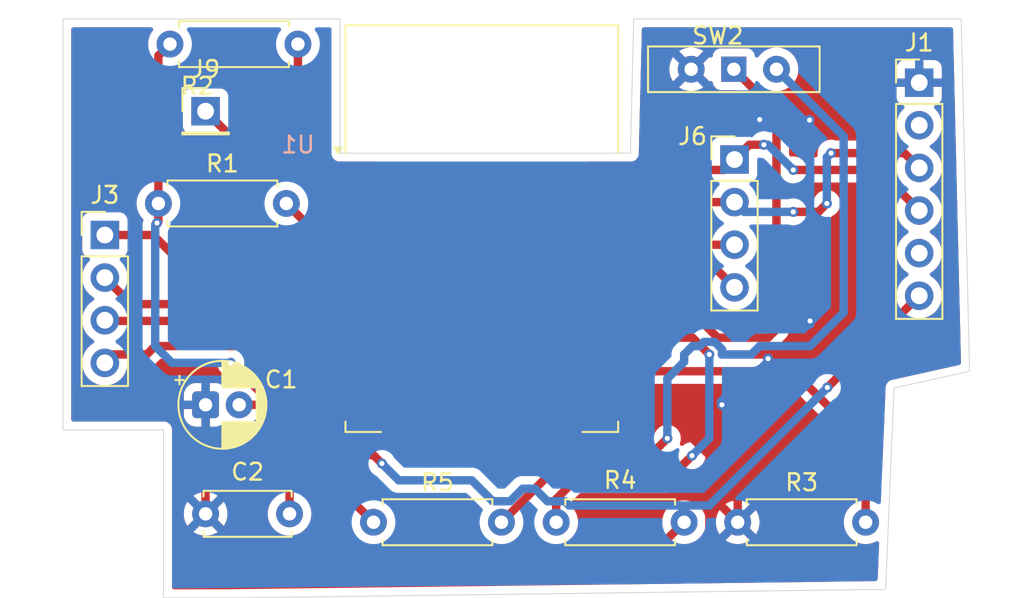
<source format=kicad_pcb>
(kicad_pcb (version 20241229) (generator "pcbnew") (generator_version "9.0")
  (layers (0 "F.Cu" signal) (2 "B.Cu" signal) (13 "F.Paste" user) (15 "B.Paste" user) (5 "F.SilkS" user "F.Silkscreen") (7 "B.SilkS" user "B.Silkscreen") (1 "F.Mask" user) (3 "B.Mask" user) (25 "Edge.Cuts" user))
  (net 0 "")
  (net 1 "3.3V")
  (net 2 "GND")
  (net 3 "Net-(J3-Pin_1)")
  (net 4 "Net-(J3-Pin_2)")
  (net 5 "Net-(J3-Pin_4)")
  (net 6 "Net-(J9-Pin_1)")
  (net 7 "Net-(U1-EN)")
  (net 8 "Net-(U1-~{RST})")
  (net 9 "Net-(U1-GPIO15)")
  (net 10 "Net-(U1-GPIO2)")
  (net 17 "Net-(J3-Pin_3)")
  (net 18 "Net-(J6-Pin_4)")
  (net 19 "Net-(J6-Pin_3)")
  (net 20 "Net-(SW2-C)")
  (net 21 "Net-(SW2-A)")
  (net 22 "Net-(J1-Pin_4)")
  (net 23 "Net-(J1-Pin_3)")
  (footprint "Capacitor_THT:C_Disc_D5.0mm_W2.5mm_P5.00mm" (layer "F.Cu") (at 122 107)
    (property "Reference" "C2" (at 2.5 -2.5 0) (layer "F.SilkS"))
    (property "Value" "100nF")
    (fp_line (start -0.12 -1.37) (end 5.12 -1.37) (stroke (width 0.12)) (layer "F.SilkS"))
    (fp_line (start -0.12 -1.033) (end -0.12 -1.37) (stroke (width 0.12)) (layer "F.SilkS"))
    (fp_line (start -0.12 1.37) (end -0.12 1.033) (stroke (width 0.12)) (layer "F.SilkS"))
    (fp_line (start 5.12 -1.37) (end 5.12 -1.033) (stroke (width 0.12)) (layer "F.SilkS"))
    (fp_line (start 5.12 1.033) (end 5.12 1.37) (stroke (width 0.12)) (layer "F.SilkS"))
    (fp_line (start 5.12 1.37) (end -0.12 1.37) (stroke (width 0.12)) (layer "F.SilkS"))
    (pad "1" thru_hole circle (at 0 0) (size 1.6 1.6) (drill 0.8) (layers "*.Cu" "*.Mask") (net 2 "GND"))
    (pad "2" thru_hole circle (at 5 0) (size 1.6 1.6) (drill 0.8) (layers "*.Cu" "*.Mask") (net 1 "3.3V"))
  )
  (footprint "Resistor_THT:R_Axial_DIN0207_L6.3mm_D2.5mm_P7.62mm_Horizontal" (layer "F.Cu") (at 153.69 107.5)
    (property "Reference" "R3" (at 3.81 -2.37 0) (layer "F.SilkS"))
    (property "Value" "10k")
    (fp_line (start 0.54 -1.37) (end 7.08 -1.37) (stroke (width 0.12)) (layer "F.SilkS"))
    (fp_line (start 0.54 -1.04) (end 0.54 -1.37) (stroke (width 0.12)) (layer "F.SilkS"))
    (fp_line (start 0.54 1.04) (end 0.54 1.37) (stroke (width 0.12)) (layer "F.SilkS"))
    (fp_line (start 0.54 1.37) (end 7.08 1.37) (stroke (width 0.12)) (layer "F.SilkS"))
    (fp_line (start 7.08 -1.37) (end 7.08 -1.04) (stroke (width 0.12)) (layer "F.SilkS"))
    (fp_line (start 7.08 1.37) (end 7.08 1.04) (stroke (width 0.12)) (layer "F.SilkS"))
    (pad "1" thru_hole circle (at 0 0) (size 1.6 1.6) (drill 0.8) (layers "*.Cu" "*.Mask") (net 2 "GND"))
    (pad "2" thru_hole circle (at 7.62 0) (size 1.6 1.6) (drill 0.8) (layers "*.Cu" "*.Mask") (net 9 "Net-(U1-GPIO15)"))
  )
  (footprint "Capacitor_THT:CP_Radial_D5.0mm_P2.00mm" (layer "F.Cu") (at 122 100.5)
    (property "Reference" "C1" (at 4.5 -1.5 0) (layer "F.SilkS"))
    (property "Value" "10uF")
    (fp_line (start -1.804775 -1.475) (end -1.304775 -1.475) (stroke (width 0.12)) (layer "F.SilkS"))
    (fp_line (start -1.554775 -1.725) (end -1.554775 -1.225) (stroke (width 0.12)) (layer "F.SilkS"))
    (fp_line (start 1 -2.58) (end 1 -1.04) (stroke (width 0.12)) (layer "F.SilkS"))
    (fp_line (start 1 1.04) (end 1 2.58) (stroke (width 0.12)) (layer "F.SilkS"))
    (fp_line (start 1.04 -2.58) (end 1.04 -1.04) (stroke (width 0.12)) (layer "F.SilkS"))
    (fp_line (start 1.04 1.04) (end 1.04 2.58) (stroke (width 0.12)) (layer "F.SilkS"))
    (fp_line (start 1.08 -2.579) (end 1.08 -1.04) (stroke (width 0.12)) (layer "F.SilkS"))
    (fp_line (start 1.08 1.04) (end 1.08 2.579) (stroke (width 0.12)) (layer "F.SilkS"))
    (fp_line (start 1.12 -2.577) (end 1.12 -1.04) (stroke (width 0.12)) (layer "F.SilkS"))
    (fp_line (start 1.12 1.04) (end 1.12 2.577) (stroke (width 0.12)) (layer "F.SilkS"))
    (fp_line (start 1.16 -2.575) (end 1.16 -1.04) (stroke (width 0.12)) (layer "F.SilkS"))
    (fp_line (start 1.16 1.04) (end 1.16 2.575) (stroke (width 0.12)) (layer "F.SilkS"))
    (fp_line (start 1.2 -2.572) (end 1.2 -1.04) (stroke (width 0.12)) (layer "F.SilkS"))
    (fp_line (start 1.2 1.04) (end 1.2 2.572) (stroke (width 0.12)) (layer "F.SilkS"))
    (fp_line (start 1.24 -2.569) (end 1.24 -1.04) (stroke (width 0.12)) (layer "F.SilkS"))
    (fp_line (start 1.24 1.04) (end 1.24 2.569) (stroke (width 0.12)) (layer "F.SilkS"))
    (fp_line (start 1.28 -2.565) (end 1.28 -1.04) (stroke (width 0.12)) (layer "F.SilkS"))
    (fp_line (start 1.28 1.04) (end 1.28 2.565) (stroke (width 0.12)) (layer "F.SilkS"))
    (fp_line (start 1.32 -2.56) (end 1.32 -1.04) (stroke (width 0.12)) (layer "F.SilkS"))
    (fp_line (start 1.32 1.04) (end 1.32 2.56) (stroke (width 0.12)) (layer "F.SilkS"))
    (fp_line (start 1.36 -2.555) (end 1.36 -1.04) (stroke (width 0.12)) (layer "F.SilkS"))
    (fp_line (start 1.36 1.04) (end 1.36 2.555) (stroke (width 0.12)) (layer "F.SilkS"))
    (fp_line (start 1.4 -2.549) (end 1.4 -1.04) (stroke (width 0.12)) (layer "F.SilkS"))
    (fp_line (start 1.4 1.04) (end 1.4 2.549) (stroke (width 0.12)) (layer "F.SilkS"))
    (fp_line (start 1.44 -2.543) (end 1.44 -1.04) (stroke (width 0.12)) (layer "F.SilkS"))
    (fp_line (start 1.44 1.04) (end 1.44 2.543) (stroke (width 0.12)) (layer "F.SilkS"))
    (fp_line (start 1.48 -2.536) (end 1.48 -1.04) (stroke (width 0.12)) (layer "F.SilkS"))
    (fp_line (start 1.48 1.04) (end 1.48 2.536) (stroke (width 0.12)) (layer "F.SilkS"))
    (fp_line (start 1.52 -2.528) (end 1.52 -1.04) (stroke (width 0.12)) (layer "F.SilkS"))
    (fp_line (start 1.52 1.04) (end 1.52 2.528) (stroke (width 0.12)) (layer "F.SilkS"))
    (fp_line (start 1.56 -2.519) (end 1.56 -1.04) (stroke (width 0.12)) (layer "F.SilkS"))
    (fp_line (start 1.56 1.04) (end 1.56 2.519) (stroke (width 0.12)) (layer "F.SilkS"))
    (fp_line (start 1.6 -2.51) (end 1.6 -1.04) (stroke (width 0.12)) (layer "F.SilkS"))
    (fp_line (start 1.6 1.04) (end 1.6 2.51) (stroke (width 0.12)) (layer "F.SilkS"))
    (fp_line (start 1.64 -2.501) (end 1.64 -1.04) (stroke (width 0.12)) (layer "F.SilkS"))
    (fp_line (start 1.64 1.04) (end 1.64 2.501) (stroke (width 0.12)) (layer "F.SilkS"))
    (fp_line (start 1.68 -2.49) (end 1.68 -1.04) (stroke (width 0.12)) (layer "F.SilkS"))
    (fp_line (start 1.68 1.04) (end 1.68 2.49) (stroke (width 0.12)) (layer "F.SilkS"))
    (fp_line (start 1.72 -2.479) (end 1.72 -1.04) (stroke (width 0.12)) (layer "F.SilkS"))
    (fp_line (start 1.72 1.04) (end 1.72 2.479) (stroke (width 0.12)) (layer "F.SilkS"))
    (fp_line (start 1.76 -2.467) (end 1.76 -1.04) (stroke (width 0.12)) (layer "F.SilkS"))
    (fp_line (start 1.76 1.04) (end 1.76 2.467) (stroke (width 0.12)) (layer "F.SilkS"))
    (fp_line (start 1.8 -2.455) (end 1.8 -1.04) (stroke (width 0.12)) (layer "F.SilkS"))
    (fp_line (start 1.8 1.04) (end 1.8 2.455) (stroke (width 0.12)) (layer "F.SilkS"))
    (fp_line (start 1.84 -2.442) (end 1.84 -1.04) (stroke (width 0.12)) (layer "F.SilkS"))
    (fp_line (start 1.84 1.04) (end 1.84 2.442) (stroke (width 0.12)) (layer "F.SilkS"))
    (fp_line (start 1.88 -2.428) (end 1.88 -1.04) (stroke (width 0.12)) (layer "F.SilkS"))
    (fp_line (start 1.88 1.04) (end 1.88 2.428) (stroke (width 0.12)) (layer "F.SilkS"))
    (fp_line (start 1.92 -2.413) (end 1.92 -1.04) (stroke (width 0.12)) (layer "F.SilkS"))
    (fp_line (start 1.92 1.04) (end 1.92 2.413) (stroke (width 0.12)) (layer "F.SilkS"))
    (fp_line (start 1.96 -2.398) (end 1.96 -1.04) (stroke (width 0.12)) (layer "F.SilkS"))
    (fp_line (start 1.96 1.04) (end 1.96 2.398) (stroke (width 0.12)) (layer "F.SilkS"))
    (fp_line (start 2 -2.382) (end 2 -1.04) (stroke (width 0.12)) (layer "F.SilkS"))
    (fp_line (start 2 1.04) (end 2 2.382) (stroke (width 0.12)) (layer "F.SilkS"))
    (fp_line (start 2.04 -2.365) (end 2.04 -1.04) (stroke (width 0.12)) (layer "F.SilkS"))
    (fp_line (start 2.04 1.04) (end 2.04 2.365) (stroke (width 0.12)) (layer "F.SilkS"))
    (fp_line (start 2.08 -2.347) (end 2.08 -1.04) (stroke (width 0.12)) (layer "F.SilkS"))
    (fp_line (start 2.08 1.04) (end 2.08 2.347) (stroke (width 0.12)) (layer "F.SilkS"))
    (fp_line (start 2.12 -2.329) (end 2.12 -1.04) (stroke (width 0.12)) (layer "F.SilkS"))
    (fp_line (start 2.12 1.04) (end 2.12 2.329) (stroke (width 0.12)) (layer "F.SilkS"))
    (fp_line (start 2.16 -2.309) (end 2.16 -1.04) (stroke (width 0.12)) (layer "F.SilkS"))
    (fp_line (start 2.16 1.04) (end 2.16 2.309) (stroke (width 0.12)) (layer "F.SilkS"))
    (fp_line (start 2.2 -2.289) (end 2.2 -1.04) (stroke (width 0.12)) (layer "F.SilkS"))
    (fp_line (start 2.2 1.04) (end 2.2 2.289) (stroke (width 0.12)) (layer "F.SilkS"))
    (fp_line (start 2.24 -2.268) (end 2.24 -1.04) (stroke (width 0.12)) (layer "F.SilkS"))
    (fp_line (start 2.24 1.04) (end 2.24 2.268) (stroke (width 0.12)) (layer "F.SilkS"))
    (fp_line (start 2.28 -2.246) (end 2.28 -1.04) (stroke (width 0.12)) (layer "F.SilkS"))
    (fp_line (start 2.28 1.04) (end 2.28 2.246) (stroke (width 0.12)) (layer "F.SilkS"))
    (fp_line (start 2.32 -2.223) (end 2.32 -1.04) (stroke (width 0.12)) (layer "F.SilkS"))
    (fp_line (start 2.32 1.04) (end 2.32 2.223) (stroke (width 0.12)) (layer "F.SilkS"))
    (fp_line (start 2.36 -2.199) (end 2.36 -1.04) (stroke (width 0.12)) (layer "F.SilkS"))
    (fp_line (start 2.36 1.04) (end 2.36 2.199) (stroke (width 0.12)) (layer "F.SilkS"))
    (fp_line (start 2.4 -2.175) (end 2.4 -1.04) (stroke (width 0.12)) (layer "F.SilkS"))
    (fp_line (start 2.4 1.04) (end 2.4 2.175) (stroke (width 0.12)) (layer "F.SilkS"))
    (fp_line (start 2.44 -2.149) (end 2.44 -1.04) (stroke (width 0.12)) (layer "F.SilkS"))
    (fp_line (start 2.44 1.04) (end 2.44 2.149) (stroke (width 0.12)) (layer "F.SilkS"))
    (fp_line (start 2.48 -2.122) (end 2.48 -1.04) (stroke (width 0.12)) (layer "F.SilkS"))
    (fp_line (start 2.48 1.04) (end 2.48 2.122) (stroke (width 0.12)) (layer "F.SilkS"))
    (fp_line (start 2.52 -2.094) (end 2.52 -1.04) (stroke (width 0.12)) (layer "F.SilkS"))
    (fp_line (start 2.52 1.04) (end 2.52 2.094) (stroke (width 0.12)) (layer "F.SilkS"))
    (fp_line (start 2.56 -2.065) (end 2.56 -1.04) (stroke (width 0.12)) (layer "F.SilkS"))
    (fp_line (start 2.56 1.04) (end 2.56 2.065) (stroke (width 0.12)) (layer "F.SilkS"))
    (fp_line (start 2.6 -2.035) (end 2.6 -1.04) (stroke (width 0.12)) (layer "F.SilkS"))
    (fp_line (start 2.6 1.04) (end 2.6 2.035) (stroke (width 0.12)) (layer "F.SilkS"))
    (fp_line (start 2.64 -2.003) (end 2.64 -1.04) (stroke (width 0.12)) (layer "F.SilkS"))
    (fp_line (start 2.64 1.04) (end 2.64 2.003) (stroke (width 0.12)) (layer "F.SilkS"))
    (fp_line (start 2.68 -1.97) (end 2.68 -1.04) (stroke (width 0.12)) (layer "F.SilkS"))
    (fp_line (start 2.68 1.04) (end 2.68 1.97) (stroke (width 0.12)) (layer "F.SilkS"))
    (fp_line (start 2.72 -1.936) (end 2.72 -1.04) (stroke (width 0.12)) (layer "F.SilkS"))
    (fp_line (start 2.72 1.04) (end 2.72 1.936) (stroke (width 0.12)) (layer "F.SilkS"))
    (fp_line (start 2.76 -1.901) (end 2.76 -1.04) (stroke (width 0.12)) (layer "F.SilkS"))
    (fp_line (start 2.76 1.04) (end 2.76 1.901) (stroke (width 0.12)) (layer "F.SilkS"))
    (fp_line (start 2.8 -1.864) (end 2.8 -1.04) (stroke (width 0.12)) (layer "F.SilkS"))
    (fp_line (start 2.8 1.04) (end 2.8 1.864) (stroke (width 0.12)) (layer "F.SilkS"))
    (fp_line (start 2.84 -1.825) (end 2.84 -1.04) (stroke (width 0.12)) (layer "F.SilkS"))
    (fp_line (start 2.84 1.04) (end 2.84 1.825) (stroke (width 0.12)) (layer "F.SilkS"))
    (fp_line (start 2.88 -1.785) (end 2.88 -1.04) (stroke (width 0.12)) (layer "F.SilkS"))
    (fp_line (start 2.88 1.04) (end 2.88 1.785) (stroke (width 0.12)) (layer "F.SilkS"))
    (fp_line (start 2.92 -1.743) (end 2.92 -1.04) (stroke (width 0.12)) (layer "F.SilkS"))
    (fp_line (start 2.92 1.04) (end 2.92 1.743) (stroke (width 0.12)) (layer "F.SilkS"))
    (fp_line (start 2.96 -1.699) (end 2.96 -1.04) (stroke (width 0.12)) (layer "F.SilkS"))
    (fp_line (start 2.96 1.04) (end 2.96 1.699) (stroke (width 0.12)) (layer "F.SilkS"))
    (fp_line (start 3 -1.652) (end 3 -1.04) (stroke (width 0.12)) (layer "F.SilkS"))
    (fp_line (start 3 1.04) (end 3 1.652) (stroke (width 0.12)) (layer "F.SilkS"))
    (fp_line (start 3.04 -1.604) (end 3.04 1.604) (stroke (width 0.12)) (layer "F.SilkS"))
    (fp_line (start 3.08 -1.553) (end 3.08 1.553) (stroke (width 0.12)) (layer "F.SilkS"))
    (fp_line (start 3.12 -1.499) (end 3.12 1.499) (stroke (width 0.12)) (layer "F.SilkS"))
    (fp_line (start 3.16 -1.443) (end 3.16 1.443) (stroke (width 0.12)) (layer "F.SilkS"))
    (fp_line (start 3.2 -1.383) (end 3.2 1.383) (stroke (width 0.12)) (layer "F.SilkS"))
    (fp_line (start 3.24 -1.319) (end 3.24 1.319) (stroke (width 0.12)) (layer "F.SilkS"))
    (fp_line (start 3.28 -1.251) (end 3.28 1.251) (stroke (width 0.12)) (layer "F.SilkS"))
    (fp_line (start 3.32 -1.177) (end 3.32 1.177) (stroke (width 0.12)) (layer "F.SilkS"))
    (fp_line (start 3.36 -1.098) (end 3.36 1.098) (stroke (width 0.12)) (layer "F.SilkS"))
    (fp_line (start 3.4 -1.011) (end 3.4 1.011) (stroke (width 0.12)) (layer "F.SilkS"))
    (fp_line (start 3.44 -0.914) (end 3.44 0.914) (stroke (width 0.12)) (layer "F.SilkS"))
    (fp_line (start 3.48 -0.805) (end 3.48 0.805) (stroke (width 0.12)) (layer "F.SilkS"))
    (fp_line (start 3.52 -0.677) (end 3.52 0.677) (stroke (width 0.12)) (layer "F.SilkS"))
    (fp_line (start 3.56 -0.517) (end 3.56 0.517) (stroke (width 0.12)) (layer "F.SilkS"))
    (fp_line (start 3.6 -0.283) (end 3.6 0.283) (stroke (width 0.12)) (layer "F.SilkS"))
    (fp_circle (center 1 0) (end 3.62 0) (stroke (width 0.12)) (fill no) (layer "F.SilkS"))
    (pad "1" thru_hole roundrect (at 0 0) (size 1.6 1.6) (drill 0.8) (layers "*.Cu" "*.Mask") (roundrect_rratio 0.15625) (net 2 "GND"))
    (pad "2" thru_hole circle (at 2 0) (size 1.6 1.6) (drill 0.8) (layers "*.Cu" "*.Mask") (net 1 "3.3V"))
  )
  (footprint "Connector_PinHeader_2.54mm:PinHeader_1x04_P2.54mm_Vertical" (layer "F.Cu") (at 116 90.38)
    (property "Reference" "J3" (at 0 -2.38 0) (layer "F.SilkS"))
    (property "Value" "Conn_01x04_Pin")
    (fp_line (start -1.38 -1.38) (end 0 -1.38) (stroke (width 0.12)) (layer "F.SilkS"))
    (fp_line (start -1.38 0) (end -1.38 -1.38) (stroke (width 0.12)) (layer "F.SilkS"))
    (fp_line (start -1.38 1.27) (end -1.38 9) (stroke (width 0.12)) (layer "F.SilkS"))
    (fp_line (start -1.38 1.27) (end 1.38 1.27) (stroke (width 0.12)) (layer "F.SilkS"))
    (fp_line (start -1.38 9) (end 1.38 9) (stroke (width 0.12)) (layer "F.SilkS"))
    (fp_line (start 1.38 1.27) (end 1.38 9) (stroke (width 0.12)) (layer "F.SilkS"))
    (pad "1" thru_hole rect (at 0 0) (size 1.7 1.7) (drill 1) (layers "*.Cu" "*.Mask") (net 3 "Net-(J3-Pin_1)"))
    (pad "2" thru_hole circle (at 0 2.54) (size 1.7 1.7) (drill 1) (layers "*.Cu" "*.Mask") (net 4 "Net-(J3-Pin_2)"))
    (pad "3" thru_hole circle (at 0 5.08) (size 1.7 1.7) (drill 1) (layers "*.Cu" "*.Mask") (net 17 "Net-(J3-Pin_3)"))
    (pad "4" thru_hole circle (at 0 7.62) (size 1.7 1.7) (drill 1) (layers "*.Cu" "*.Mask") (net 5 "Net-(J3-Pin_4)"))
  )
  (footprint "Connector_PinHeader_2.54mm:PinHeader_1x06_P2.54mm_Vertical" (layer "F.Cu") (at 164.5 81.3)
    (property "Reference" "J1" (at 0 -2.38 0) (layer "F.SilkS"))
    (property "Value" "Conn_01x06_Pin")
    (fp_line (start -1.38 -1.38) (end 0 -1.38) (stroke (width 0.12)) (layer "F.SilkS"))
    (fp_line (start -1.38 0) (end -1.38 -1.38) (stroke (width 0.12)) (layer "F.SilkS"))
    (fp_line (start -1.38 1.27) (end -1.38 14.08) (stroke (width 0.12)) (layer "F.SilkS"))
    (fp_line (start -1.38 1.27) (end 1.38 1.27) (stroke (width 0.12)) (layer "F.SilkS"))
    (fp_line (start -1.38 14.08) (end 1.38 14.08) (stroke (width 0.12)) (layer "F.SilkS"))
    (fp_line (start 1.38 1.27) (end 1.38 14.08) (stroke (width 0.12)) (layer "F.SilkS"))
    (pad "1" thru_hole rect (at 0 0) (size 1.7 1.7) (drill 1) (layers "*.Cu" "*.Mask") (net 2 "GND"))
    (pad "2" thru_hole circle (at 0 2.54) (size 1.7 1.7) (drill 1) (layers "*.Cu" "*.Mask"))
    (pad "3" thru_hole circle (at 0 5.08) (size 1.7 1.7) (drill 1) (layers "*.Cu" "*.Mask") (net 23 "Net-(J1-Pin_3)"))
    (pad "4" thru_hole circle (at 0 7.62) (size 1.7 1.7) (drill 1) (layers "*.Cu" "*.Mask") (net 22 "Net-(J1-Pin_4)"))
    (pad "5" thru_hole circle (at 0 10.16) (size 1.7 1.7) (drill 1) (layers "*.Cu" "*.Mask"))
    (pad "6" thru_hole circle (at 0 12.7) (size 1.7 1.7) (drill 1) (layers "*.Cu" "*.Mask") (net 1 "3.3V"))
  )
  (footprint "Connector_PinHeader_2.54mm:PinHeader_1x04_P2.54mm_Vertical" (layer "F.Cu") (at 153.5 85.88)
    (property "Reference" "J6" (at -2.5 -1.38 0) (layer "F.SilkS"))
    (property "Value" "Conn_01x04_Pin")
    (fp_line (start -1.38 -1.38) (end 0 -1.38) (stroke (width 0.12)) (layer "F.SilkS"))
    (fp_line (start -1.38 0) (end -1.38 -1.38) (stroke (width 0.12)) (layer "F.SilkS"))
    (fp_line (start -1.38 1.27) (end -1.38 9) (stroke (width 0.12)) (layer "F.SilkS"))
    (fp_line (start -1.38 1.27) (end 1.38 1.27) (stroke (width 0.12)) (layer "F.SilkS"))
    (fp_line (start -1.38 9) (end 1.38 9) (stroke (width 0.12)) (layer "F.SilkS"))
    (fp_line (start 1.38 1.27) (end 1.38 9) (stroke (width 0.12)) (layer "F.SilkS"))
    (pad "1" thru_hole rect (at 0 0) (size 1.7 1.7) (drill 1) (layers "*.Cu" "*.Mask") (net 22 "Net-(J1-Pin_4)"))
    (pad "2" thru_hole circle (at 0 2.54) (size 1.7 1.7) (drill 1) (layers "*.Cu" "*.Mask") (net 23 "Net-(J1-Pin_3)"))
    (pad "3" thru_hole circle (at 0 5.08) (size 1.7 1.7) (drill 1) (layers "*.Cu" "*.Mask") (net 19 "Net-(J6-Pin_3)"))
    (pad "4" thru_hole circle (at 0 7.62) (size 1.7 1.7) (drill 1) (layers "*.Cu" "*.Mask") (net 18 "Net-(J6-Pin_4)"))
  )
  (footprint "RF_Module:ESP-12E" (layer "F.Cu") (at 138.45 90)
    (property "Reference" "U1" (at -10.95 -5 0) (layer "B.SilkS") (effects (justify mirror)))
    (property "Value" "ESP-12F")
    (fp_line (start -8.12 -12.12) (end 8.12 -12.12) (stroke (width 0.12)) (layer "F.SilkS"))
    (fp_line (start -8.12 -4.5) (end -8.12 -12.12) (stroke (width 0.12)) (layer "F.SilkS"))
    (fp_line (start -8.12 12.12) (end -8.12 11.5) (stroke (width 0.12)) (layer "F.SilkS"))
    (fp_line (start -6 12.12) (end -8.12 12.12) (stroke (width 0.12)) (layer "F.SilkS"))
    (fp_line (start 8.12 -12.12) (end 8.12 -4.5) (stroke (width 0.12)) (layer "F.SilkS"))
    (fp_line (start 8.12 11.5) (end 8.12 12.12) (stroke (width 0.12)) (layer "F.SilkS"))
    (fp_line (start 8.12 12.12) (end 6 12.12) (stroke (width 0.12)) (layer "F.SilkS"))
    (fp_poly (pts (xy -8.55 -4.5) (xy -8.79 -4.836) (xy -8.31 -4.836) (xy -8.55 -4.5)) (stroke (width 0.12)) (fill yes) (layer "F.SilkS"))
    (pad "1" smd rect (at -7.6 -3.5) (size 2.5 1) (layers "F.Cu" "F.Mask" "F.Paste") (net 8 "Net-(U1-~{RST})"))
    (pad "2" smd rect (at -7.6 -1.5) (size 2.5 1) (layers "F.Cu" "F.Mask" "F.Paste") (net 6 "Net-(J9-Pin_1)"))
    (pad "3" smd rect (at -7.6 0.5) (size 2.5 1) (layers "F.Cu" "F.Mask" "F.Paste") (net 7 "Net-(U1-EN)"))
    (pad "4" smd rect (at -7.6 2.5) (size 2.5 1) (layers "F.Cu" "F.Mask" "F.Paste") (net 3 "Net-(J3-Pin_1)"))
    (pad "5" smd rect (at -7.6 4.5) (size 2.5 1) (layers "F.Cu" "F.Mask" "F.Paste") (net 4 "Net-(J3-Pin_2)"))
    (pad "6" smd rect (at -7.6 6.5) (size 2.5 1) (layers "F.Cu" "F.Mask" "F.Paste") (net 17 "Net-(J3-Pin_3)"))
    (pad "7" smd rect (at -7.6 8.5) (size 2.5 1) (layers "F.Cu" "F.Mask" "F.Paste") (net 5 "Net-(J3-Pin_4)"))
    (pad "8" smd rect (at -7.6 10.5) (size 2.5 1) (layers "F.Cu" "F.Mask" "F.Paste") (net 1 "3.3V"))
    (pad "9" smd rect (at -5 12) (size 1 1.8) (layers "F.Cu" "F.Mask" "F.Paste"))
    (pad "10" smd rect (at -3 12) (size 1 1.8) (layers "F.Cu" "F.Mask" "F.Paste"))
    (pad "11" smd rect (at -1 12) (size 1 1.8) (layers "F.Cu" "F.Mask" "F.Paste"))
    (pad "12" smd rect (at 1 12) (size 1 1.8) (layers "F.Cu" "F.Mask" "F.Paste"))
    (pad "13" smd rect (at 3 12) (size 1 1.8) (layers "F.Cu" "F.Mask" "F.Paste"))
    (pad "14" smd rect (at 5 12) (size 1 1.8) (layers "F.Cu" "F.Mask" "F.Paste"))
    (pad "15" smd rect (at 7.6 10.5) (size 2.5 1) (layers "F.Cu" "F.Mask" "F.Paste") (net 2 "GND"))
    (pad "16" smd rect (at 7.6 8.5) (size 2.5 1) (layers "F.Cu" "F.Mask" "F.Paste") (net 9 "Net-(U1-GPIO15)"))
    (pad "17" smd rect (at 7.6 6.5) (size 2.5 1) (layers "F.Cu" "F.Mask" "F.Paste") (net 10 "Net-(U1-GPIO2)"))
    (pad "18" smd rect (at 7.6 4.5) (size 2.5 1) (layers "F.Cu" "F.Mask" "F.Paste") (net 21 "Net-(SW2-A)"))
    (pad "19" smd rect (at 7.6 2.5) (size 2.5 1) (layers "F.Cu" "F.Mask" "F.Paste") (net 18 "Net-(J6-Pin_4)"))
    (pad "20" smd rect (at 7.6 0.5) (size 2.5 1) (layers "F.Cu" "F.Mask" "F.Paste") (net 19 "Net-(J6-Pin_3)"))
    (pad "21" smd rect (at 7.6 -1.5) (size 2.5 1) (layers "F.Cu" "F.Mask" "F.Paste") (net 23 "Net-(J1-Pin_3)"))
    (pad "22" smd rect (at 7.6 -3.5) (size 2.5 1) (layers "F.Cu" "F.Mask" "F.Paste") (net 22 "Net-(J1-Pin_4)"))
    (zone (net 0) (net_name "") (layers "F.Cu" "B.Cu") (connect_pads (clearance 0)) (min_thickness 0.254)
      (keepout (tracks not_allowed) (vias not_allowed) (pads not_allowed) (copperpour not_allowed) (footprints not_allowed))
      (fill (thermal_gap 0.508) (thermal_bridge_width 0.508))
      (polygon (pts (xy 130.33 85.2) (xy 146.57 85.2) (xy 146.57 77.88) (xy 130.33 77.88)))
    )
  )
  (footprint "Button_Switch_THT:SW_Slide-03_Wuerth-WS-SLTV_10x2.5x6.4_P2.54mm" (layer "F.Cu") (at 153.46 80.5)
    (property "Reference" "SW2" (at -0.96 -2 0) (layer "F.SilkS"))
    (property "Value" "SW_SPDT")
    (fp_rect (start -5.11 -1.36) (end 5.11 1.36) (stroke (width 0.12)) (fill no) (layer "F.SilkS"))
    (pad "1" thru_hole rect (at 0 0) (size 1.5 1.5) (drill 0.8) (layers "*.Cu" "*.Mask") (net 21 "Net-(SW2-A)"))
    (pad "2" thru_hole circle (at -2.54 0) (size 1.6 1.6) (drill 0.8) (layers "*.Cu" "*.Mask") (net 2 "GND"))
    (pad "3" thru_hole circle (at 2.54 0) (size 1.6 1.6) (drill 0.8) (layers "*.Cu" "*.Mask") (net 20 "Net-(SW2-C)"))
  )
  (footprint "Resistor_THT:R_Axial_DIN0207_L6.3mm_D2.5mm_P7.62mm_Horizontal" (layer "F.Cu") (at 119.88 79)
    (property "Reference" "R2" (at 1.62 2.5 0) (layer "F.SilkS"))
    (property "Value" "10k")
    (fp_line (start 0.54 -1.37) (end 7.08 -1.37) (stroke (width 0.12)) (layer "F.SilkS"))
    (fp_line (start 0.54 -1.04) (end 0.54 -1.37) (stroke (width 0.12)) (layer "F.SilkS"))
    (fp_line (start 0.54 1.04) (end 0.54 1.37) (stroke (width 0.12)) (layer "F.SilkS"))
    (fp_line (start 0.54 1.37) (end 7.08 1.37) (stroke (width 0.12)) (layer "F.SilkS"))
    (fp_line (start 7.08 -1.37) (end 7.08 -1.04) (stroke (width 0.12)) (layer "F.SilkS"))
    (fp_line (start 7.08 1.37) (end 7.08 1.04) (stroke (width 0.12)) (layer "F.SilkS"))
    (pad "1" thru_hole circle (at 0 0) (size 1.6 1.6) (drill 0.8) (layers "*.Cu" "*.Mask") (net 1 "3.3V"))
    (pad "2" thru_hole circle (at 7.62 0) (size 1.6 1.6) (drill 0.8) (layers "*.Cu" "*.Mask") (net 8 "Net-(U1-~{RST})"))
  )
  (footprint "Resistor_THT:R_Axial_DIN0207_L6.3mm_D2.5mm_P7.62mm_Horizontal" (layer "F.Cu") (at 150.5 107.5 180)
    (property "Reference" "R4" (at 3.81 2.5 0) (layer "F.SilkS"))
    (property "Value" "10k")
    (fp_line (start 7.08 1.37) (end 7.08 1.04) (stroke (width 0.12)) (layer "F.SilkS"))
    (fp_line (start 7.08 -1.37) (end 7.08 -1.04) (stroke (width 0.12)) (layer "F.SilkS"))
    (fp_line (start 0.54 1.37) (end 7.08 1.37) (stroke (width 0.12)) (layer "F.SilkS"))
    (fp_line (start 0.54 1.04) (end 0.54 1.37) (stroke (width 0.12)) (layer "F.SilkS"))
    (fp_line (start 0.54 -1.04) (end 0.54 -1.37) (stroke (width 0.12)) (layer "F.SilkS"))
    (fp_line (start 0.54 -1.37) (end 7.08 -1.37) (stroke (width 0.12)) (layer "F.SilkS"))
    (pad "1" thru_hole circle (at 0 0 180) (size 1.6 1.6) (drill 0.8) (layers "*.Cu" "*.Mask") (net 1 "3.3V"))
    (pad "2" thru_hole circle (at 7.62 0 180) (size 1.6 1.6) (drill 0.8) (layers "*.Cu" "*.Mask") (net 10 "Net-(U1-GPIO2)"))
  )
  (footprint "Resistor_THT:R_Axial_DIN0207_L6.3mm_D2.5mm_P7.62mm_Horizontal" (layer "F.Cu") (at 119.19 88.5)
    (property "Reference" "R1" (at 3.81 -2.37 0) (layer "F.SilkS"))
    (property "Value" "10k")
    (fp_line (start 0.54 -1.37) (end 7.08 -1.37) (stroke (width 0.12)) (layer "F.SilkS"))
    (fp_line (start 0.54 -1.04) (end 0.54 -1.37) (stroke (width 0.12)) (layer "F.SilkS"))
    (fp_line (start 0.54 1.04) (end 0.54 1.37) (stroke (width 0.12)) (layer "F.SilkS"))
    (fp_line (start 0.54 1.37) (end 7.08 1.37) (stroke (width 0.12)) (layer "F.SilkS"))
    (fp_line (start 7.08 -1.37) (end 7.08 -1.04) (stroke (width 0.12)) (layer "F.SilkS"))
    (fp_line (start 7.08 1.37) (end 7.08 1.04) (stroke (width 0.12)) (layer "F.SilkS"))
    (pad "1" thru_hole circle (at 0 0) (size 1.6 1.6) (drill 0.8) (layers "*.Cu" "*.Mask") (net 1 "3.3V"))
    (pad "2" thru_hole circle (at 7.62 0) (size 1.6 1.6) (drill 0.8) (layers "*.Cu" "*.Mask") (net 7 "Net-(U1-EN)"))
  )
  (footprint "Connector_PinHeader_2.54mm:PinHeader_1x01_P2.54mm_Vertical" (layer "F.Cu") (at 122 83)
    (property "Reference" "J9" (at 0 -2.5 0) (layer "F.SilkS"))
    (property "Value" "Conn_01x01_Pin")
    (fp_line (start -1.38 -1.38) (end 0 -1.38) (stroke (width 0.12)) (layer "F.SilkS"))
    (fp_line (start -1.38 0) (end -1.38 -1.38) (stroke (width 0.12)) (layer "F.SilkS"))
    (fp_line (start -1.38 1.27) (end -1.38 1.38) (stroke (width 0.12)) (layer "F.SilkS"))
    (fp_line (start -1.38 1.27) (end 1.38 1.27) (stroke (width 0.12)) (layer "F.SilkS"))
    (fp_line (start -1.38 1.38) (end 1.38 1.38) (stroke (width 0.12)) (layer "F.SilkS"))
    (fp_line (start 1.38 1.27) (end 1.38 1.38) (stroke (width 0.12)) (layer "F.SilkS"))
    (pad "1" thru_hole rect (at 0 0) (size 1.7 1.7) (drill 1) (layers "*.Cu" "*.Mask") (net 6 "Net-(J9-Pin_1)"))
  )
  (footprint "Resistor_THT:R_Axial_DIN0207_L6.3mm_D2.5mm_P7.62mm_Horizontal" (layer "F.Cu") (at 132 107.5)
    (property "Reference" "R5" (at 3.81 -2.37 0) (layer "F.SilkS"))
    (property "Value" "10k")
    (fp_line (start 0.54 -1.37) (end 7.08 -1.37) (stroke (width 0.12)) (layer "F.SilkS"))
    (fp_line (start 0.54 -1.04) (end 0.54 -1.37) (stroke (width 0.12)) (layer "F.SilkS"))
    (fp_line (start 0.54 1.04) (end 0.54 1.37) (stroke (width 0.12)) (layer "F.SilkS"))
    (fp_line (start 0.54 1.37) (end 7.08 1.37) (stroke (width 0.12)) (layer "F.SilkS"))
    (fp_line (start 7.08 -1.37) (end 7.08 -1.04) (stroke (width 0.12)) (layer "F.SilkS"))
    (fp_line (start 7.08 1.37) (end 7.08 1.04) (stroke (width 0.12)) (layer "F.SilkS"))
    (pad "1" thru_hole circle (at 0 0) (size 1.6 1.6) (drill 0.8) (layers "*.Cu" "*.Mask") (net 1 "3.3V"))
    (pad "2" thru_hole circle (at 7.62 0) (size 1.6 1.6) (drill 0.8) (layers "*.Cu" "*.Mask") (net 20 "Net-(SW2-C)"))
  )
  (gr_poly (pts (xy 130 77.5) (xy 130 85.5) (xy 147.3 85.5) (xy 147.5 77.5) (xy 167 77.5) (xy 167.5 98.5) (xy 163 99.5) (xy 162.5 111.5) (xy 124.267857 112) (xy 119.5 112) (xy 119.5 102) (xy 113.5 102) (xy 113.5 77.5)) (stroke (width 0.05)) (fill no) (layer "Edge.Cuts"))
  (segment (start 164.5 94) (end 159.030331 99.469669) (width 0.5) (layer "F.Cu") (net 1))
  (segment (start 130.85 100.5) (end 130.85 101.15) (width 0.5) (layer "F.Cu") (net 1))
  (segment (start 129.5 108) (end 129.5 104) (width 0.5) (layer "F.Cu") (net 1))
  (segment (start 119.19 88.5) (end 119.19 89.580662) (width 0.5) (layer "F.Cu") (net 1))
  (segment (start 130.85 106.35) (end 132 107.5) (width 0.5) (layer "F.Cu") (net 1))
  (segment (start 123.5 98) (end 126 100.5) (width 0.5) (layer "F.Cu") (net 1))
  (segment (start 119.19 89.580662) (end 119.105849 89.664813) (width 0.5) (layer "F.Cu") (net 1))
  (segment (start 129.5 104) (end 130.85 102.65) (width 0.5) (layer "F.Cu") (net 1))
  (segment (start 132.5 104) (end 132 103.5) (width 0.5) (layer "F.Cu") (net 1))
  (segment (start 119.19 88.5) (end 119.19 79.69) (width 0.5) (layer "F.Cu") (net 1))
  (segment (start 130.85 100.5) (end 130.85 103.5) (width 0.5) (layer "F.Cu") (net 1))
  (segment (start 148.5 109.5) (end 131 109.5) (width 0.5) (layer "F.Cu") (net 1))
  (segment (start 130.85 102.65) (end 130.85 100.5) (width 0.5) (layer "F.Cu") (net 1))
  (segment (start 150.5 107.5) (end 148.5 109.5) (width 0.5) (layer "F.Cu") (net 1))
  (segment (start 131 109.5) (end 129.5 108) (width 0.5) (layer "F.Cu") (net 1))
  (segment (start 126 100.5) (end 130.85 100.5) (width 0.5) (layer "F.Cu") (net 1))
  (segment (start 124 100.5) (end 130.85 100.5) (width 0.5) (layer "F.Cu") (net 1))
  (segment (start 127 105) (end 127 107) (width 0.5) (layer "F.Cu") (net 1))
  (segment (start 119.19 79.69) (end 119.88 79) (width 0.5) (layer "F.Cu") (net 1))
  (segment (start 130.85 103.5) (end 130.85 106.35) (width 0.5) (layer "F.Cu") (net 1))
  (segment (start 131.5 107) (end 132 107.5) (width 0.5) (layer "F.Cu") (net 1))
  (segment (start 130.85 101.15) (end 127 105) (width 0.5) (layer "F.Cu") (net 1))
  (segment (start 132 103.5) (end 130.85 103.5) (width 0.5) (layer "F.Cu") (net 1))
  (via (at 132.5 104) (size 0.6) (drill 0.3) (layers "F.Cu" "B.Cu") (net 1))
  (via (at 159.030331 99.469669) (size 0.6) (drill 0.3) (layers "F.Cu" "B.Cu") (net 1))
  (via (at 119.105849 89.664813) (size 0.6) (drill 0.3) (layers "F.Cu" "B.Cu") (net 1))
  (via (at 123.5 98) (size 0.6) (drill 0.3) (layers "F.Cu" "B.Cu") (net 1))
  (segment (start 119 97) (end 120 98) (width 0.5) (layer "B.Cu") (net 1))
  (segment (start 143.649182 106.5) (end 143.398182 106.249) (width 0.5) (layer "B.Cu") (net 1))
  (segment (start 120 98) (end 123.5 98) (width 0.5) (layer "B.Cu") (net 1))
  (segment (start 119 89.770662) (end 119 97) (width 0.5) (layer "B.Cu") (net 1))
  (segment (start 139.101818 106.249) (end 137.852818 105) (width 0.5) (layer "B.Cu") (net 1))
  (segment (start 141.612818 105.5) (end 140.887182 105.5) (width 0.5) (layer "B.Cu") (net 1))
  (segment (start 140.887182 105.5) (end 140.138182 106.249) (width 0.5) (layer "B.Cu") (net 1))
  (segment (start 143.398182 106.249) (end 142.361818 106.249) (width 0.5) (layer "B.Cu") (net 1))
  (segment (start 142.361818 106.249) (end 141.612818 105.5) (width 0.5) (layer "B.Cu") (net 1))
  (segment (start 159.030331 99.469669) (end 152 106.5) (width 0.5) (layer "B.Cu") (net 1))
  (segment (start 119.105849 89.664813) (end 119 89.770662) (width 0.5) (layer "B.Cu") (net 1))
  (segment (start 152 106.5) (end 143.649182 106.5) (width 0.5) (layer "B.Cu") (net 1))
  (segment (start 137.852818 105) (end 133.5 105) (width 0.5) (layer "B.Cu") (net 1))
  (segment (start 140.138182 106.249) (end 139.101818 106.249) (width 0.5) (layer "B.Cu") (net 1))
  (segment (start 133.5 105) (end 132.5 104) (width 0.5) (layer "B.Cu") (net 1))
  (segment (start 147.992925 110.437793) (end 143.55647 110.437793) (width 0.5) (layer "F.Cu") (net 2))
  (segment (start 155.75 97.75) (end 155.5 97.75) (width 0.5) (layer "F.Cu") (net 2))
  (segment (start 151.101324 110.398676) (end 147.992925 110.437793) (width 0.5) (layer "F.Cu") (net 2))
  (segment (start 122 100.5) (end 122 107) (width 0.5) (layer "F.Cu") (net 2))
  (segment (start 158 95.5) (end 155.75 97.75) (width 0.5) (layer "F.Cu") (net 2))
  (segment (start 153.92 83.5) (end 155 83.5) (width 0.5) (layer "F.Cu") (net 2))
  (segment (start 152 104) (end 152 109.5) (width 0.5) (layer "F.Cu") (net 2))
  (segment (start 149 100.5) (end 152.25 103.75) (width 0.5) (layer "F.Cu") (net 2))
  (segment (start 153.69 105.19) (end 153.69 107.5) (width 0.5) (layer "F.Cu") (net 2))
  (segment (start 146.05 100.5) (end 149 100.5) (width 0.5) (layer "F.Cu") (net 2))
  (segment (start 143.55647 110.437793) (end 143.499929 110.494334) (width 0.5) (layer "F.Cu") (net 2))
  (segment (start 152.25 103.75) (end 152 104) (width 0.5) (layer "F.Cu") (net 2))
  (segment (start 152 109.5) (end 151.101324 110.398676) (width 0.5) (layer "F.Cu") (net 2))
  (segment (start 157.969669 83.530331) (end 160.2 81.3) (width 0.5) (layer "F.Cu") (net 2))
  (segment (start 160.2 81.3) (end 164.5 81.3) (width 0.5) (layer "F.Cu") (net 2))
  (segment (start 131.495538 110.645401) (end 125.645401 110.645401) (width 0.5) (layer "F.Cu") (net 2))
  (segment (start 152.25 103.75) (end 153.69 105.19) (width 0.5) (layer "F.Cu") (net 2))
  (segment (start 143.499929 110.494334) (end 131.495538 110.645401) (width 0.5) (layer "F.Cu") (net 2))
  (segment (start 152.75 100.5) (end 149 100.5) (width 0.5) (layer "F.Cu") (net 2))
  (segment (start 150.92 80.5) (end 153.92 83.5) (width 0.5) (layer "F.Cu") (net 2))
  (segment (start 125.645401 110.645401) (end 122 107) (width 0.5) (layer "F.Cu") (net 2))
  (via (at 155 83.5) (size 0.6) (drill 0.3) (layers "F.Cu" "B.Cu") (net 2))
  (via (at 152.75 100.5) (size 0.6) (drill 0.3) (layers "F.Cu" "B.Cu") (net 2))
  (via (at 158 95.5) (size 0.6) (drill 0.3) (layers "F.Cu" "B.Cu") (net 2))
  (via (at 157.969669 83.530331) (size 0.6) (drill 0.3) (layers "F.Cu" "B.Cu") (net 2))
  (via (at 155.5 97.75) (size 0.6) (drill 0.3) (layers "F.Cu" "B.Cu") (net 2))
  (segment (start 153.5 99.5) (end 152.701 100.299) (width 0.5) (layer "B.Cu") (net 2))
  (segment (start 152.701 100.5) (end 152.75 100.5) (width 0.5) (layer "B.Cu") (net 2))
  (segment (start 155 99.5) (end 153.5 99.5) (width 0.5) (layer "B.Cu") (net 2))
  (segment (start 158 86) (end 156.75 84.75) (width 0.5) (layer "B.Cu") (net 2))
  (segment (start 155.5 97.75) (end 155.5 99) (width 0.5) (layer "B.Cu") (net 2))
  (segment (start 156.75 84.75) (end 155.5 83.5) (width 0.5) (layer "B.Cu") (net 2))
  (segment (start 158 95.5) (end 158 86) (width 0.5) (layer "B.Cu") (net 2))
  (segment (start 156.75 84.75) (end 157.969669 83.530331) (width 0.5) (layer "B.Cu") (net 2))
  (segment (start 158 95.5) (end 158 95.719669) (width 0.5) (layer "B.Cu") (net 2))
  (segment (start 155.5 99) (end 155 99.5) (width 0.5) (layer "B.Cu") (net 2))
  (segment (start 152.701 100.299) (end 152.701 100.5) (width 0.5) (layer "B.Cu") (net 2))
  (segment (start 155.5 83.5) (end 155 83.5) (width 0.5) (layer "B.Cu") (net 2))
  (segment (start 118.88 90.38) (end 116 90.38) (width 0.5) (layer "F.Cu") (net 3))
  (segment (start 121 92.5) (end 118.88 90.38) (width 0.5) (layer "F.Cu") (net 3))
  (segment (start 130.85 92.5) (end 121 92.5) (width 0.5) (layer "F.Cu") (net 3))
  (segment (start 117.58 94.5) (end 130.85 94.5) (width 0.5) (layer "F.Cu") (net 4))
  (segment (start 116 92.92) (end 117.58 94.5) (width 0.5) (layer "F.Cu") (net 4))
  (segment (start 119 97) (end 127.008636 97) (width 0.5) (layer "F.Cu") (net 5))
  (segment (start 127.008636 97) (end 128.508636 98.5) (width 0.5) (layer "F.Cu") (net 5))
  (segment (start 116 98) (end 116.5 97.5) (width 0.5) (layer "F.Cu") (net 5))
  (segment (start 118.5 97.5) (end 119 97) (width 0.5) (layer "F.Cu") (net 5))
  (segment (start 128.508636 98.5) (end 130.85 98.5) (width 0.5) (layer "F.Cu") (net 5))
  (segment (start 116.5 97.5) (end 118.5 97.5) (width 0.5) (layer "F.Cu") (net 5))
  (segment (start 130.1 88.5) (end 128.801 87.201) (width 0.5) (layer "F.Cu") (net 6))
  (segment (start 128.801 87.201) (end 128.709636 87.201) (width 0.5) (layer "F.Cu") (net 6))
  (segment (start 126.5 86) (end 125.5 85) (width 0.5) (layer "F.Cu") (net 6))
  (segment (start 130.85 88.5) (end 130.1 88.5) (width 0.5) (layer "F.Cu") (net 6))
  (segment (start 127.799 86.199) (end 127.6 86) (width 0.5) (layer "F.Cu") (net 6))
  (segment (start 128.709636 87.201) (end 127.799 86.290364) (width 0.5) (layer "F.Cu") (net 6))
  (segment (start 127.799 86.290364) (end 127.799 86.199) (width 0.5) (layer "F.Cu") (net 6))
  (segment (start 127.6 86) (end 126.5 86) (width 0.5) (layer "F.Cu") (net 6))
  (segment (start 125.5 85) (end 124 85) (width 0.5) (layer "F.Cu") (net 6))
  (segment (start 124 85) (end 122 83) (width 0.5) (layer "F.Cu") (net 6))
  (segment (start 128.81 90.5) (end 130.85 90.5) (width 0.5) (layer "F.Cu") (net 7))
  (segment (start 126.81 88.5) (end 128.81 90.5) (width 0.5) (layer "F.Cu") (net 7))
  (segment (start 127.5 83.15) (end 127.5 79) (width 0.5) (layer "F.Cu") (net 8))
  (segment (start 130.85 86.5) (end 129 86.5) (width 0.5) (layer "F.Cu") (net 8))
  (segment (start 128.5 84.15) (end 127.5 83.15) (width 0.5) (layer "F.Cu") (net 8))
  (segment (start 128.5 86) (end 128.5 84.15) (width 0.5) (layer "F.Cu") (net 8))
  (segment (start 129 86.5) (end 128.5 86) (width 0.5) (layer "F.Cu") (net 8))
  (segment (start 161.31 102.81) (end 161.31 107.5) (width 0.5) (layer "F.Cu") (net 9))
  (segment (start 146.05 98.5) (end 157 98.5) (width 0.5) (layer "F.Cu") (net 9))
  (segment (start 157 98.5) (end 161.31 102.81) (width 0.5) (layer "F.Cu") (net 9))
  (segment (start 142.88 107.5) (end 142.88 106.12) (width 0.5) (layer "F.Cu") (net 10))
  (segment (start 144 105) (end 148 105) (width 0.5) (layer "F.Cu") (net 10))
  (segment (start 142.88 106.12) (end 144 105) (width 0.5) (layer "F.Cu") (net 10))
  (segment (start 148 105) (end 149.5 105) (width 0.5) (layer "F.Cu") (net 10))
  (segment (start 149.5 105) (end 150.5 104) (width 0.5) (layer "F.Cu") (net 10))
  (segment (start 150.5 104) (end 150.969669 103.530331) (width 0.5) (layer "F.Cu") (net 10))
  (segment (start 152 97.5) (end 151 96.5) (width 0.5) (layer "F.Cu") (net 10))
  (segment (start 151 96.5) (end 146.05 96.5) (width 0.5) (layer "F.Cu") (net 10))
  (via (at 150.969669 103.530331) (size 0.6) (drill 0.3) (layers "F.Cu" "B.Cu") (net 10))
  (via (at 152 97.5) (size 0.6) (drill 0.3) (layers "F.Cu" "B.Cu") (net 10))
  (segment (start 150.969669 103.530331) (end 152 102.5) (width 0.5) (layer "B.Cu") (net 10))
  (segment (start 152 102.5) (end 152 97.5) (width 0.5) (layer "B.Cu") (net 10))
  (segment (start 116 95.46) (end 116.04 95.5) (width 0.5) (layer "F.Cu") (net 17))
  (segment (start 127.5 96.5) (end 130.85 96.5) (width 0.5) (layer "F.Cu") (net 17))
  (segment (start 126.5 95.5) (end 127.5 96.5) (width 0.5) (layer "F.Cu") (net 17))
  (segment (start 116.04 95.5) (end 126.5 95.5) (width 0.5) (layer "F.Cu") (net 17))
  (segment (start 153.5 93.5) (end 152.5 92.5) (width 0.5) (layer "F.Cu") (net 18))
  (segment (start 152.5 92.5) (end 146.05 92.5) (width 0.5) (layer "F.Cu") (net 18))
  (segment (start 153.5 90.96) (end 146.51 90.96) (width 0.5) (layer "F.Cu") (net 19))
  (segment (start 146.51 90.96) (end 146.05 90.5) (width 0.5) (layer "F.Cu") (net 19))
  (segment (start 143.12 104) (end 148 104) (width 0.5) (layer "F.Cu") (net 20))
  (segment (start 139.62 107.5) (end 143.12 104) (width 0.5) (layer "F.Cu") (net 20))
  (segment (start 148 104) (end 149.5 102.5) (width 0.5) (layer "F.Cu") (net 20))
  (via (at 149.5 102.5) (size 0.6) (drill 0.3) (layers "F.Cu" "B.Cu") (net 20))
  (segment (start 150.5 97.5) (end 151 97) (width 0.5) (layer "B.Cu") (net 20))
  (segment (start 151 97) (end 151.437925 97) (width 0.5) (layer "B.Cu") (net 20))
  (segment (start 152.311075 96.749) (end 152.751 97.188925) (width 0.5) (layer "B.Cu") (net 20))
  (segment (start 160 84.5) (end 156 80.5) (width 0.5) (layer "B.Cu") (net 20))
  (segment (start 155 97) (end 158 97) (width 0.5) (layer "B.Cu") (net 20))
  (segment (start 152.751 97.5) (end 154.5 97.5) (width 0.5) (layer "B.Cu") (net 20))
  (segment (start 150.5 97.937925) (end 150.5 97.5) (width 0.5) (layer "B.Cu") (net 20))
  (segment (start 160 95) (end 160 84.5) (width 0.5) (layer "B.Cu") (net 20))
  (segment (start 151.437925 97) (end 151.688925 96.749) (width 0.5) (layer "B.Cu") (net 20))
  (segment (start 151.688925 96.749) (end 152.311075 96.749) (width 0.5) (layer "B.Cu") (net 20))
  (segment (start 154.5 97.5) (end 155 97) (width 0.5) (layer "B.Cu") (net 20))
  (segment (start 152.751 97.188925) (end 152.751 97.5) (width 0.5) (layer "B.Cu") (net 20))
  (segment (start 149.5 98.937925) (end 150.5 97.937925) (width 0.5) (layer "B.Cu") (net 20))
  (segment (start 158 97) (end 160 95) (width 0.5) (layer "B.Cu") (net 20))
  (segment (start 149.5 102.5) (end 149.5 98.937925) (width 0.5) (layer "B.Cu") (net 20))
  (segment (start 152.5 96.5) (end 150.5 94.5) (width 0.5) (layer "F.Cu") (net 21))
  (segment (start 155.5 96.5) (end 152.5 96.5) (width 0.5) (layer "F.Cu") (net 21))
  (segment (start 153.46 80.5) (end 156 83.04) (width 0.5) (layer "F.Cu") (net 21))
  (segment (start 150.5 94.5) (end 146.05 94.5) (width 0.5) (layer "F.Cu") (net 21))
  (segment (start 156 83.04) (end 156 96) (width 0.5) (layer "F.Cu") (net 21))
  (segment (start 156 96) (end 155.5 96.5) (width 0.5) (layer "F.Cu") (net 21))
  (segment (start 162.08 86.5) (end 164.5 88.92) (width 0.5) (layer "F.Cu") (net 22))
  (segment (start 154.38 85) (end 155.25 85) (width 0.5) (layer "F.Cu") (net 22))
  (segment (start 153.5 85.88) (end 152.88 86.5) (width 0.5) (layer "F.Cu") (net 22))
  (segment (start 152.88 86.5) (end 146.05 86.5) (width 0.5) (layer "F.Cu") (net 22))
  (segment (start 153.5 85.88) (end 154.38 85) (width 0.5) (layer "F.Cu") (net 22))
  (segment (start 157 86.5) (end 162.08 86.5) (width 0.5) (layer "F.Cu") (net 22))
  (via (at 157 86.5) (size 0.6) (drill 0.3) (layers "F.Cu" "B.Cu") (net 22))
  (via (at 155.25 85) (size 0.6) (drill 0.3) (layers "F.Cu" "B.Cu") (net 22))
  (segment (start 155.25 85) (end 155.5 85) (width 0.5) (layer "B.Cu") (net 22))
  (segment (start 155.5 85) (end 157 86.5) (width 0.5) (layer "B.Cu") (net 22))
  (segment (start 146.13 88.42) (end 146.05 88.5) (width 0.5) (layer "F.Cu") (net 23))
  (segment (start 162 85.5) (end 159.25 85.5) (width 0.5) (layer "F.Cu") (net 23))
  (segment (start 153.5 88.42) (end 146.13 88.42) (width 0.5) (layer "F.Cu") (net 23))
  (segment (start 158.5 89) (end 157 89) (width 0.5) (layer "F.Cu") (net 23))
  (segment (start 162 85.5) (end 163.62 85.5) (width 0.5) (layer "F.Cu") (net 23))
  (segment (start 163.62 85.5) (end 164.5 86.38) (width 0.5) (layer "F.Cu") (net 23))
  (segment (start 159 88.5) (end 158.5 89) (width 0.5) (layer "F.Cu") (net 23))
  (via (at 157 89) (size 0.6) (drill 0.3) (layers "F.Cu" "B.Cu") (net 23))
  (via (at 159 88.5) (size 0.6) (drill 0.3) (layers "F.Cu" "B.Cu") (net 23))
  (via (at 159.25 85.5) (size 0.6) (drill 0.3) (layers "F.Cu" "B.Cu") (net 23))
  (segment (start 159 85.75) (end 159 88.5) (width 0.5) (layer "B.Cu") (net 23))
  (segment (start 157 89) (end 154.08 89) (width 0.5) (layer "B.Cu") (net 23))
  (segment (start 154.08 89) (end 153.5 88.42) (width 0.5) (layer "B.Cu") (net 23))
  (segment (start 159.25 85.5) (end 159 85.75) (width 0.5) (layer "B.Cu") (net 23))
  (zone (net 2) (net_name "GND") (layer "F.Cu") (priority 1) (connect_pads (clearance 0.5)) (min_thickness 0.25) (fill yes (thermal_gap 0.5) (thermal_bridge_width 0.5))
    (polygon (pts (xy 163 111) (xy 168.5 111) (xy 168.5 102) (xy 168 77) (xy 147.5 77) (xy 147.5 103) (xy 129.5 103) (xy 129.5 77) (xy 113.5 77) (xy 113.5 102.5) (xy 113.5 112) (xy 120.5 112) (xy 123 111.5)))
  )
  (zone (net 2) (net_name "GND") (layer "B.Cu") (connect_pads (clearance 0.5)) (min_thickness 0.25) (fill yes (thermal_gap 0.5) (thermal_bridge_width 0.5))
    (polygon (pts (xy 114 77) (xy 113.5 111.5) (xy 169 111) (xy 168 77)))
  )
)
</source>
